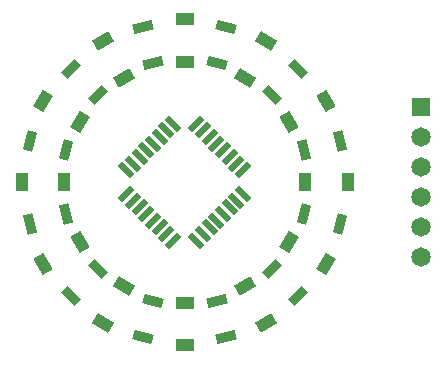
<source format=gbl>
%FSLAX33Y33*%
%MOMM*%
%AMRect-W820710-H1670710-RO1.083*
21,1,0.82071,1.67071,0.,0.,165*%
%AMRect-W1000000-H1600000-RO0.833*
21,1,1.,1.6,0.,0.,210*%
%AMRect-W1500000-H550000-RO0.750*
21,1,1.5,0.55,0.,0.,225*%
%AMRect-W550000-H1500000-RO0.750*
21,1,0.55,1.5,0.,0.,225*%
%AMRect-W820710-H1670710-RO0.250*
21,1,0.82071,1.67071,0.,0.,315*%
%AMRect-W1000000-H1600000-RO1.667*
21,1,1.,1.6,0.,0.,59*%
%AMRect-W1000000-H1600000-RO1.000*
21,1,1.,1.6,0.,0.,180*%
%AMRect-W1000000-H1600000-RO0.500*
21,1,1.,1.6,0.,0.,270*%
%AMRect-W820710-H1670710-RO1.417*
21,1,0.82071,1.67071,0.,0.,104*%
%AMRect-W820710-H1670710-RO1.917*
21,1,0.82071,1.67071,0.,0.,14*%
%AMRect-W820710-H1670710-RO0.917*
21,1,0.82071,1.67071,0.,0.,194*%
%AMRect-W1000000-H1600000-RO0.667*
21,1,1.,1.6,0.,0.,239*%
%AMRect-W1000000-H1600000-RO0.167*
21,1,1.,1.6,0.,0.,329*%
%AMRect-W1000000-H1600000-RO1.333*
21,1,1.,1.6,0.,0.,120*%
%AMRect-W820710-H1670710-RO1.750*
21,1,0.82071,1.67071,0.,0.,45*%
%AMRect-W820710-H1670710-RO0.583*
21,1,0.82071,1.67071,0.,0.,255*%
%AMRect-W1000000-H1600000-RO0.333*
21,1,1.,1.6,0.,0.,300*%
%AMRect-W1000000-H1600000-RO1.167*
21,1,1.,1.6,0.,0.,149*%
%AMRect-W1000000-H1600000-RO1.500*
21,1,1.,1.6,0.,0.,90*%
%AMRect-W820710-H1670710-RO1.583*
21,1,0.82071,1.67071,0.,0.,75*%
%AMRect-W820710-H1670710-RO1.250*
21,1,0.82071,1.67071,0.,0.,135*%
%AMRect-W1000000-H1600000-RO1.833*
21,1,1.,1.6,0.,0.,30*%
%AMRect-W820710-H1670710-RO0.417*
21,1,0.82071,1.67071,0.,0.,284*%
%AMRect-W820710-H1670710-RO0.083*
21,1,0.82071,1.67071,0.,0.,345*%
%AMRect-W820710-H1670710-RO0.750*
21,1,0.82071,1.67071,0.,0.,225*%
%ADD10Rect-W820710-H1670710-RO1.083*%
%ADD11Rect-W1000000-H1600000-RO0.833*%
%ADD12Rect-W1500000-H550000-RO0.750*%
%ADD13Rect-W550000-H1500000-RO0.750*%
%ADD14Rect-W820710-H1670710-RO0.250*%
%ADD15Rect-W1000000-H1600000-RO1.667*%
%ADD16Rect-W1000000-H1600000-RO1.000*%
%ADD17Rect-W1000000-H1600000-RO0.500*%
%ADD18Rect-W820710-H1670710-RO1.417*%
%ADD19Rect-W820710-H1670710-RO1.917*%
%ADD20Rect-W820710-H1670710-RO0.917*%
%ADD21Rect-W1000000-H1600000-RO0.667*%
%ADD22Rect-W1000000-H1600000-RO0.167*%
%ADD23Rect-W1000000-H1600000-RO1.333*%
%ADD24Rect-W820710-H1670710-RO1.750*%
%ADD25R,1.X1.6*%
%ADD26Rect-W820710-H1670710-RO0.583*%
%ADD27Rect-W1000000-H1600000-RO0.333*%
%ADD28Rect-W1000000-H1600000-RO1.167*%
%ADD29Rect-W1000000-H1600000-RO1.500*%
%ADD30Rect-W820710-H1670710-RO1.583*%
%ADD31Rect-W820710-H1670710-RO1.250*%
%ADD32Rect-W1000000-H1600000-RO1.833*%
%ADD33R,1.65X1.65*%
%ADD34C,1.65*%
%ADD35Rect-W820710-H1670710-RO0.417*%
%ADD36Rect-W820710-H1670710-RO0.083*%
%ADD37Rect-W820710-H1670710-RO0.750*%
D10*
%LNbottom copper_traces*%
%LNbottom copper component 8aa275ccca7feb41*%
G01*
X13112Y-3513D03*
X10070Y-2698D03*
%LNbottom copper component e9943314145f358e*%
D11*
X-8833Y-5100D03*
X-11951Y-6900D03*
%LNbottom copper component 808e261540aafebd*%
D12*
X0990Y4950D03*
X1556Y4384D03*
X2121Y3818D03*
X2687Y3253D03*
X3253Y2687D03*
X3818Y2121D03*
X4384Y1556D03*
X4950Y0990D03*
X-0990Y-4950D03*
X-1556Y-4384D03*
X-2121Y-3818D03*
X-2687Y-3253D03*
X-3253Y-2687D03*
X-3818Y-2121D03*
X-4384Y-1556D03*
X-4950Y-0990D03*
D13*
X4950Y-0990D03*
X4384Y-1556D03*
X3818Y-2121D03*
X3253Y-2687D03*
X2687Y-3253D03*
X2121Y-3818D03*
X1556Y-4384D03*
X0990Y-4950D03*
X-4950Y0990D03*
X-4384Y1556D03*
X-3818Y2121D03*
X-3253Y2687D03*
X-2687Y3253D03*
X-2121Y3818D03*
X-1556Y4384D03*
X-0990Y4950D03*
%LNbottom copper component 8ee4650f91a34d82*%
D14*
X-9599Y9599D03*
X-7372Y7372D03*
%LNbottom copper component e9ee5f17190bf123*%
D15*
X5100Y8833D03*
X6900Y11951D03*
%LNbottom copper component 5aece739fc2b3f2f*%
D16*
X-10200Y0D03*
X-13800Y0D03*
%LNbottom copper component 0c473b9a4507b8da*%
D17*
X0Y-10200D03*
X0Y-13800D03*
%LNbottom copper component db2630d93448bc16*%
D18*
X3513Y-13112D03*
X2698Y-10070D03*
%LNbottom copper component cdadfba74f59bf90*%
D19*
X-13112Y-3513D03*
X-10070Y-2698D03*
%LNbottom copper component a993848d88c5d4a7*%
D20*
X13112Y3513D03*
X10070Y2698D03*
%LNbottom copper component 70ba74aca821d651*%
D21*
X-5100Y-8833D03*
X-6900Y-11951D03*
%LNbottom copper component 2fcad440e7df3c95*%
D22*
X8833Y-5100D03*
X11951Y-6900D03*
%LNbottom copper component db9e794937d022a8*%
D23*
X-5100Y8833D03*
X-6900Y11951D03*
%LNbottom copper component 0d551f7f90ed14d1*%
D24*
X-9599Y-9599D03*
X-7372Y-7372D03*
%LNbottom copper component 619521feefd1df79*%
D25*
X10200Y0D03*
X13800Y0D03*
%LNbottom copper component 505b42804c31b728*%
D26*
X3513Y13112D03*
X2698Y10070D03*
%LNbottom copper component 13d7b99a4e69ae30*%
D27*
X5100Y-8833D03*
X6900Y-11951D03*
%LNbottom copper component f59111818d0ab364*%
D28*
X-8833Y5100D03*
X-11951Y6900D03*
%LNbottom copper component 4f0af1f200f7ceea*%
D29*
X0Y10200D03*
X0Y13800D03*
%LNbottom copper component 4382c10fe1831511*%
D30*
X-3513Y-13112D03*
X-2698Y-10070D03*
%LNbottom copper component 8231672d914e720a*%
D31*
X9599Y-9599D03*
X7372Y-7372D03*
%LNbottom copper component 693438da68d23a3f*%
D32*
X8833Y5100D03*
X11951Y6900D03*
%LNbottom copper component 839ca551680f491d*%
D33*
X20000Y6350D03*
D34*
X20000Y3810D03*
X20000Y1270D03*
X20000Y-1270D03*
X20000Y-3810D03*
X20000Y-6350D03*
%LNbottom copper component 1d2d553dd21097b4*%
D35*
X-3513Y13112D03*
X-2698Y10070D03*
%LNbottom copper component 9e10f6db4a21fd8f*%
D36*
X-13112Y3513D03*
X-10070Y2698D03*
%LNbottom copper component 413fa2ab739e4b5a*%
D37*
X9599Y9599D03*
X7372Y7372D03*
M02*
</source>
